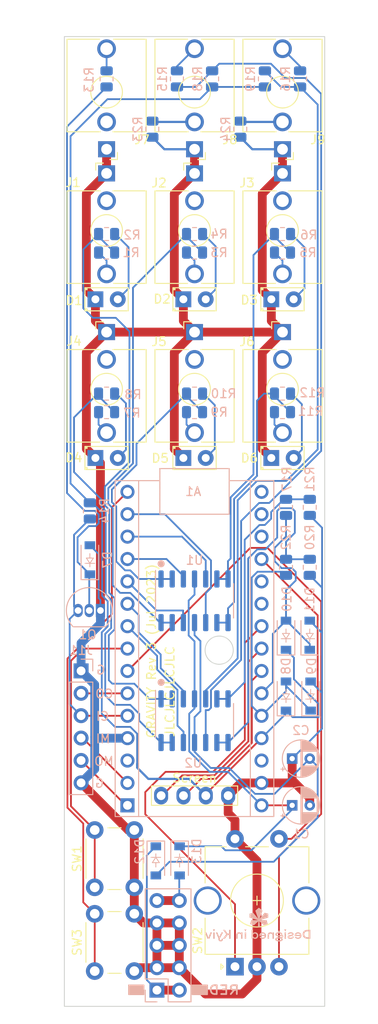
<source format=kicad_pcb>
(kicad_pcb (version 20211014) (generator pcbnew)

  (general
    (thickness 1.6)
  )

  (paper "A4")
  (layers
    (0 "F.Cu" signal)
    (31 "B.Cu" signal)
    (32 "B.Adhes" user "B.Adhesive")
    (33 "F.Adhes" user "F.Adhesive")
    (34 "B.Paste" user)
    (35 "F.Paste" user)
    (36 "B.SilkS" user "B.Silkscreen")
    (37 "F.SilkS" user "F.Silkscreen")
    (38 "B.Mask" user)
    (39 "F.Mask" user)
    (40 "Dwgs.User" user "User.Drawings")
    (41 "Cmts.User" user "User.Comments")
    (42 "Eco1.User" user "User.Eco1")
    (43 "Eco2.User" user "User.Eco2")
    (44 "Edge.Cuts" user)
    (45 "Margin" user)
    (46 "B.CrtYd" user "B.Courtyard")
    (47 "F.CrtYd" user "F.Courtyard")
    (48 "B.Fab" user)
    (49 "F.Fab" user)
    (50 "User.1" user)
    (51 "User.2" user)
    (52 "User.3" user)
    (53 "User.4" user)
    (54 "User.5" user)
    (55 "User.6" user)
    (56 "User.7" user)
    (57 "User.8" user)
    (58 "User.9" user)
  )

  (setup
    (stackup
      (layer "F.SilkS" (type "Top Silk Screen"))
      (layer "F.Paste" (type "Top Solder Paste"))
      (layer "F.Mask" (type "Top Solder Mask") (thickness 0.01))
      (layer "F.Cu" (type "copper") (thickness 0.035))
      (layer "dielectric 1" (type "core") (thickness 1.51) (material "FR4") (epsilon_r 4.5) (loss_tangent 0.02))
      (layer "B.Cu" (type "copper") (thickness 0.035))
      (layer "B.Mask" (type "Bottom Solder Mask") (thickness 0.01))
      (layer "B.Paste" (type "Bottom Solder Paste"))
      (layer "B.SilkS" (type "Bottom Silk Screen"))
      (copper_finish "None")
      (dielectric_constraints no)
    )
    (pad_to_mask_clearance 0)
    (aux_axis_origin 100 40)
    (pcbplotparams
      (layerselection 0x00010f0_ffffffff)
      (disableapertmacros false)
      (usegerberextensions false)
      (usegerberattributes true)
      (usegerberadvancedattributes true)
      (creategerberjobfile true)
      (svguseinch false)
      (svgprecision 6)
      (excludeedgelayer true)
      (plotframeref false)
      (viasonmask false)
      (mode 1)
      (useauxorigin false)
      (hpglpennumber 1)
      (hpglpenspeed 20)
      (hpglpendiameter 15.000000)
      (dxfpolygonmode true)
      (dxfimperialunits true)
      (dxfusepcbnewfont true)
      (psnegative false)
      (psa4output false)
      (plotreference true)
      (plotvalue true)
      (plotinvisibletext false)
      (sketchpadsonfab false)
      (subtractmaskfromsilk false)
      (outputformat 1)
      (mirror false)
      (drillshape 0)
      (scaleselection 1)
      (outputdirectory "Board Gerbers rev2/")
    )
  )

  (net 0 "")
  (net 1 "Serial Out")
  (net 2 "Serial In")
  (net 3 "unconnected-(A1-Pad3)")
  (net 4 "GND")
  (net 5 "DIGITAL INPUT")
  (net 6 "ENC_D2")
  (net 7 "ENC_D1")
  (net 8 "Channel 1")
  (net 9 "Channel 3")
  (net 10 "Channel 4")
  (net 11 "Channel 6")
  (net 12 "START STOP BTN")
  (net 13 "SHIFT BTN")
  (net 14 "24ppqn OUT")
  (net 15 "unconnected-(A1-Pad17)")
  (net 16 "unconnected-(A1-Pad18)")
  (net 17 "unconnected-(A1-Pad20)")
  (net 18 "unconnected-(A1-Pad21)")
  (net 19 "ENC_BTN")
  (net 20 "I2C SDA")
  (net 21 "I2C SCL")
  (net 22 "+5V")
  (net 23 "unconnected-(A1-Pad28)")
  (net 24 "+12V")
  (net 25 "Net-(D1-Pad2)")
  (net 26 "Net-(D2-Pad2)")
  (net 27 "Net-(D3-Pad2)")
  (net 28 "Net-(D4-Pad2)")
  (net 29 "Net-(D5-Pad2)")
  (net 30 "Net-(D6-Pad2)")
  (net 31 "Net-(D7-Pad1)")
  (net 32 "Net-(J1-PadT)")
  (net 33 "unconnected-(J1-PadTN)")
  (net 34 "Net-(J2-PadT)")
  (net 35 "unconnected-(J2-PadTN)")
  (net 36 "Net-(J3-PadT)")
  (net 37 "unconnected-(J3-PadTN)")
  (net 38 "Net-(J4-PadT)")
  (net 39 "unconnected-(J4-PadTN)")
  (net 40 "Net-(J5-PadT)")
  (net 41 "unconnected-(J5-PadTN)")
  (net 42 "Net-(J6-PadT)")
  (net 43 "unconnected-(J6-PadTN)")
  (net 44 "Net-(J7-PadT)")
  (net 45 "unconnected-(J7-PadTN)")
  (net 46 "Net-(J8-PadT)")
  (net 47 "Net-(J8-PadTN)")
  (net 48 "Net-(J9-PadT)")
  (net 49 "Net-(J9-PadTN)")
  (net 50 "CV2 INPUT")
  (net 51 "-12V")
  (net 52 "CV1 INPUT")
  (net 53 "unconnected-(A1-Pad16)")
  (net 54 "Net-(D12-Pad1)")
  (net 55 "Net-(D13-Pad2)")
  (net 56 "Net-(R1-Pad1)")
  (net 57 "Net-(R3-Pad1)")
  (net 58 "Net-(R5-Pad1)")
  (net 59 "Net-(R7-Pad1)")
  (net 60 "Net-(R10-Pad2)")
  (net 61 "Net-(R11-Pad1)")
  (net 62 "Net-(R17-Pad2)")
  (net 63 "Net-(R15-Pad2)")
  (net 64 "Net-(R16-Pad2)")
  (net 65 "Net-(R20-Pad1)")
  (net 66 "Channel 2")
  (net 67 "Channel 5")

  (footprint "gtoe:thonkiconn" (layer "F.Cu") (at 124.8 46.3 180))

  (footprint "gtoe:button" (layer "F.Cu") (at 105.7 142.75 90))

  (footprint "gtoe:FlatTopLed" (layer "F.Cu") (at 114.8 87.8))

  (footprint "gtoe:thonkiconn" (layer "F.Cu") (at 114.8 62))

  (footprint "gtoe:I2C SSD1306" (layer "F.Cu") (at 114.8 113.6 180))

  (footprint "gtoe:thonkiconn" (layer "F.Cu") (at 114.8 80))

  (footprint "gtoe:FlatTopLed" (layer "F.Cu") (at 104.8 87.8))

  (footprint "gtoe:FlatTopLed" (layer "F.Cu") (at 124.8 69.8))

  (footprint "gtoe:thonkiconn" (layer "F.Cu") (at 124.8 62))

  (footprint "gtoe:FlatTopLed" (layer "F.Cu") (at 114.8 69.8))

  (footprint "gtoe:SwitchEncoder" (layer "F.Cu") (at 121.9 138 90))

  (footprint "gtoe:thonkiconn" (layer "F.Cu") (at 114.8 46.3 180))

  (footprint "gtoe:thonkiconn" (layer "F.Cu") (at 124.8 80))

  (footprint "gtoe:thonkiconn" (layer "F.Cu") (at 104.8 62))

  (footprint "gtoe:FlatTopLed" (layer "F.Cu") (at 124.8 87.8))

  (footprint "gtoe:FlatTopLed" (layer "F.Cu") (at 104.8 69.8))

  (footprint "gtoe:thonkiconn" (layer "F.Cu") (at 104.8 80))

  (footprint "gtoe:thonkiconn" (layer "F.Cu") (at 104.8 46.3 180))

  (footprint "gtoe:button" (layer "F.Cu") (at 105.7 133.25 90))

  (footprint "Diode_SMD:D_SOD-123" (layer "B.Cu") (at 113.1 133.5 -90))

  (footprint "Resistor_SMD:R_0805_2012Metric" (layer "B.Cu") (at 120 50.5 -90))

  (footprint "Resistor_SMD:R_0805_2012Metric" (layer "B.Cu") (at 122.8 44.8 -90))

  (footprint "Capacitor_THT:CP_Radial_D4.0mm_P2.00mm" (layer "B.Cu") (at 125.9 127.2))

  (footprint "Diode_SMD:D_SOD-123" (layer "B.Cu") (at 128 114.8 90))

  (footprint "Diode_SMD:D_SOD-123" (layer "B.Cu") (at 127.9 107.9 90))

  (footprint "Resistor_SMD:R_0805_2012Metric" (layer "B.Cu") (at 114.8 82.6 180))

  (footprint "Diode_SMD:D_SOD-123" (layer "B.Cu") (at 110.4 133.5 -90))

  (footprint "Resistor_SMD:R_0805_2012Metric" (layer "B.Cu") (at 114.8 64.5 180))

  (footprint "Package_SO:SO-14_3.9x8.65mm_P1.27mm" (layer "B.Cu") (at 114.8 117.6 -90))

  (footprint "Resistor_SMD:R_0805_2012Metric" (layer "B.Cu") (at 110 50.5 -90))

  (footprint "gtoe:Arduino_Nano (adjusted courtyard)" (layer "B.Cu") (at 114.8 112))

  (footprint "Resistor_SMD:R_0805_2012Metric" (layer "B.Cu") (at 104.8 44.8 -90))

  (footprint "Resistor_SMD:R_0805_2012Metric" (layer "B.Cu") (at 104.8 82.6 180))

  (footprint "Resistor_SMD:R_0805_2012Metric" (layer "B.Cu") (at 124.8 80.5 180))

  (footprint "Resistor_SMD:R_0805_2012Metric" (layer "B.Cu") (at 114.8 80.5 180))

  (footprint "Resistor_SMD:R_0805_2012Metric" (layer "B.Cu") (at 102.9 93.8 90))

  (footprint "Resistor_SMD:R_0805_2012Metric" (layer "B.Cu") (at 125.2 100.2 90))

  (footprint "Resistor_SMD:R_0805_2012Metric" (layer "B.Cu") (at 116.8 44.8 -90))

  (footprint "Connector_PinHeader_2.54mm:PinHeader_1x06_P2.54mm_Vertical" (layer "B.Cu") (at 101.9 111.95 180))

  (footprint "Resistor_SMD:R_0805_2012Metric" (layer "B.Cu") (at 104.8 62.4 180))

  (footprint "Resistor_SMD:R_0805_2012Metric" (layer "B.Cu") (at 124.8 64.5 180))

  (footprint "Resistor_SMD:R_0805_2012Metric" (layer "B.Cu") (at 124.8 82.6 180))

  (footprint "Resistor_SMD:R_0805_2012Metric" (layer "B.Cu")
    (tedit 5F68FEEE) (tstamp 905a00a6-388b-46ec-8c94-aad88c886fbf)
    (at 127.9 100.2 -90)
    (descr "Resistor SMD 0805 (2012 Metric), square (rectangular) end terminal, IPC_7351 nominal, (Body size source: IPC-SM-782 page 72, https://www.pcb-3d.com/wordpress/wp-content/uploads/ipc-sm-782a_amendment_1_and_2.pdf), generated with kicad-footprint-generator")
    (tags "resistor")
    (property "Sheetfile" "gtoe.kicad_sch")
    (property "Sheetname" "")
    (path "/36a43187-2977-45cb-ac83-5c8cf3a89dac")
    (attr smd)
    (fp_text reference "R20" (at -3.4 0 -270) (layer "B.SilkS")
      (effects (font (size 1 1) (thickness 0.15)) (justify mirror))
      (tstamp e46000ad-413b-4074-b25e-4bae5c263c53)
    )
    (fp_text value "100K" (at 0 -1.65 -270) (layer "B.Fab")
      (effects (font (size 1 1) (thickness 0.15)) (justify mirror))
      (tstamp f54683f7-4aac-40df-afea-77e326e6e70e)
    )
    (fp_text user "${REFERENCE}" (at 0 0 -270) (layer "B.Fab")
      (effects (font (size 0.5 0.5) (thickness 0.08)) (justify mirror))
      (tstamp 72a3b89b-308a-40b4-8421-5e52c3a088f4)
    )
    (fp_line (start -0.227064 -0.735) (end 0.227064 -0.735) (layer "B.SilkS") (width 0.12) (tstamp 69de086d-757a-462a-9c9e-2b073a90e123))
    (fp_line (start -0.227064 0.735) (end 0.227064 0.735) (layer "B.SilkS") (width 0.12) (tstamp de7898aa-8271-42c1-a449-545d8630f408))
    (fp_line (start -1.68 -0.95) (end -1.68 0.95) (layer "B.CrtYd") (width 0.05) (tstamp 20c43ca7-7075-4ff6-94fc-5d536156083d))
    (fp_line (start 1.68 0.95) (end 1.68 -0.95) (layer "B.CrtYd") (width 0.05) (tstamp 41eeaf14-2a1f-4890-9452-4e1a7d2ffcab))
    (fp_line (start 1.68 -0.95) (end -1.68 -0.95) (layer "B.CrtYd") (width 0.05) (tstamp b444cd15-4046-447e-a5c2-664c7368c7f0))
    (fp_line (start -1.68 0.95) (end 1.68 0.95) (layer "B.CrtYd") (width 0.05) (tstamp d23f8497-239c-48c7-a5c6-562789ef0d1b))
    (fp_line (start -1 -0.625) (end -1 0.625) (layer "B.Fab") (width 0.1) (tstamp 3ee72677-61f5-4380-8bad-067a949d7b8b))
    (fp_line (start 1 0.625) (end 1 -0.625) (layer "B.Fab") (width 0.1) (tstamp b9269193-8fa9-407e-9bb6-fc8088557a8d))
    (fp_line (start -1 0.625) (end 1 0.625) (layer "B.Fab") (width 0.1) (tstamp bdb095d1-6328-421a-a2cd-73d3f8a15a9c))
    (fp_line (start 1 -0.625) (end -1 -0.625) (layer "B.Fab") (width 0.1) (tstamp db7547cd-6d45-4251-9e7e-65cd7f8caf24))
    (pad "1" smd roundrect (at -0.9125 0 270) (size 1.025 1.4) (layers "B.Cu" "B.Paste" "B.Mask") (roundrect_rratio 0.243902439)
      (net 65 "Net-(R20-Pad1)") (pintype "passive") (tstamp ced553ba-c3c5-4beb-89ba-86966
... [242076 chars truncated]
</source>
